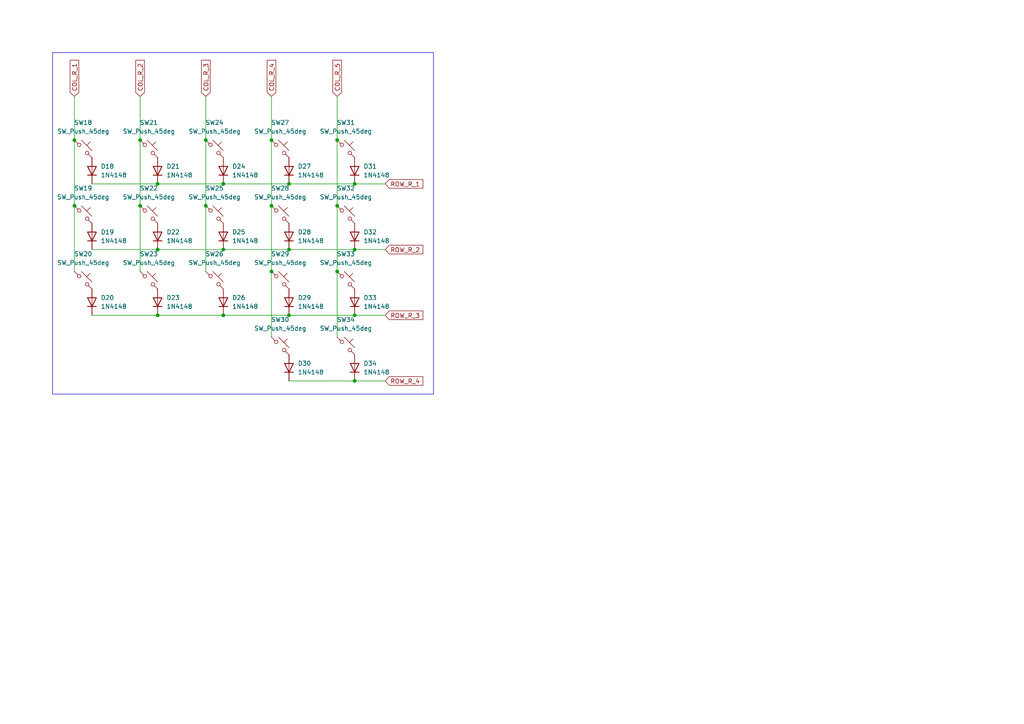
<source format=kicad_sch>
(kicad_sch (version 20231120) (generator "eeschema") (generator_version "8.0")
  (paper "A4")
  (lib_symbols
    (symbol "Diode:1N4148" (pin_numbers hide) (pin_names hide)
      (property "Reference" "D" (at 0 2.54 0))
      (property "Value" "1N4148" (at 0 -2.54 0))
      (symbol "1N4148_0_1"
        (polyline (pts (xy -1.27 1.27) (xy -1.27 -1.27)) (stroke (width 0.254)))
        (polyline (pts (xy 1.27 0) (xy -1.27 0)))
        (polyline (pts (xy 1.27 1.27) (xy 1.27 -1.27) (xy -1.27 0) (xy 1.27 1.27)) (stroke (width 0.254)))
      )
      (symbol "1N4148_1_1"
        (pin passive line (at -3.81 0 0) (length 2.54) (name "K") (number "1"))
        (pin passive line (at 3.81 0 180) (length 2.54) (name "A") (number "2"))
      )
    )
    (symbol "Switch:SW_Push_45deg" (pin_numbers hide) (pin_names (offset 1.016) hide)
      (property "Reference" "SW" (at 3.048 1.016 0))
      (property "Value" "SW_Push_45deg" (at 0 -3.81 0))
      (symbol "SW_Push_45deg_0_1"
        (circle (center -1.1684 1.1684) (radius 0.508))
        (polyline (pts (xy -0.508 2.54) (xy 2.54 -0.508)))
        (polyline (pts (xy 1.016 1.016) (xy 2.032 2.032)))
        (polyline (pts (xy -2.54 2.54) (xy -1.524 1.524) (xy -1.524 1.524)))
        (polyline (pts (xy 1.524 -1.524) (xy 2.54 -2.54) (xy 2.54 -2.54) (xy 2.54 -2.54)))
        (circle (center 1.143 -1.1938) (radius 0.508))
        (pin passive line (at -2.54 2.54 0) (length 0) (name "1") (number "1"))
        (pin passive line (at 2.54 -2.54 180) (length 0) (name "2") (number "2"))
      )
    )
  )
  (junction (at 21.59 40.64))
  (junction (at 45.72 53.34))
  (junction (at 102.87 110.49))
  (junction (at 83.82 53.34))
  (junction (at 102.87 53.34))
  (junction (at 40.64 59.69))
  (junction (at 59.69 40.64))
  (junction (at 45.72 91.44))
  (junction (at 78.74 78.74))
  (junction (at 78.74 40.64))
  (junction (at 102.87 72.39))
  (junction (at 40.64 40.64))
  (junction (at 83.82 91.44))
  (junction (at 102.87 91.44))
  (junction (at 64.77 72.39))
  (junction (at 78.74 59.69))
  (junction (at 83.82 72.39))
  (junction (at 21.59 59.69))
  (junction (at 59.69 59.69))
  (junction (at 97.79 40.64))
  (junction (at 97.79 59.69))
  (junction (at 64.77 53.34))
  (junction (at 97.79 78.74))
  (junction (at 45.72 72.39))
  (junction (at 64.77 91.44))
  (wire (pts (xy 26.67 53.34) (xy 45.72 53.34)))
  (wire (pts (xy 78.74 78.74) (xy 78.74 97.79)))
  (wire (pts (xy 45.72 72.39) (xy 64.77 72.39)))
  (wire (pts (xy 59.69 27.94) (xy 59.69 40.64)))
  (wire (pts (xy 83.82 91.44) (xy 102.87 91.44)))
  (wire (pts (xy 26.67 72.39) (xy 45.72 72.39)))
  (wire (pts (xy 97.79 27.94) (xy 97.79 40.64)))
  (wire (pts (xy 40.64 40.64) (xy 40.64 59.69)))
  (wire (pts (xy 111.76 53.34) (xy 102.87 53.34)))
  (wire (pts (xy 45.72 53.34) (xy 64.77 53.34)))
  (wire (pts (xy 111.76 72.39) (xy 102.87 72.39)))
  (wire (pts (xy 40.64 59.69) (xy 40.64 78.74)))
  (wire (pts (xy 21.59 40.64) (xy 21.59 59.69)))
  (wire (pts (xy 97.79 59.69) (xy 97.79 78.74)))
  (wire (pts (xy 97.79 40.64) (xy 97.79 59.69)))
  (wire (pts (xy 78.74 59.69) (xy 78.74 78.74)))
  (wire (pts (xy 40.64 27.94) (xy 40.64 40.64)))
  (wire (pts (xy 83.82 72.39) (xy 102.87 72.39)))
  (wire (pts (xy 78.74 40.64) (xy 78.74 59.69)))
  (wire (pts (xy 64.77 91.44) (xy 83.82 91.44)))
  (wire (pts (xy 59.69 59.69) (xy 59.69 78.74)))
  (wire (pts (xy 83.82 53.34) (xy 102.87 53.34)))
  (wire (pts (xy 21.59 59.69) (xy 21.59 78.74)))
  (wire (pts (xy 26.67 91.44) (xy 45.72 91.44)))
  (wire (pts (xy 97.79 78.74) (xy 97.79 97.79)))
  (wire (pts (xy 111.76 110.49) (xy 102.87 110.49)))
  (wire (pts (xy 21.59 27.94) (xy 21.59 40.64)))
  (wire (pts (xy 64.77 53.34) (xy 83.82 53.34)))
  (wire (pts (xy 45.72 91.44) (xy 64.77 91.44)))
  (wire (pts (xy 83.82 110.49) (xy 102.87 110.49)))
  (wire (pts (xy 59.69 40.64) (xy 59.69 59.69)))
  (wire (pts (xy 111.76 91.44) (xy 102.87 91.44)))
  (wire (pts (xy 64.77 72.39) (xy 83.82 72.39)))
  (wire (pts (xy 78.74 27.94) (xy 78.74 40.64)))
  (rectangle (start 15.24 15.24) (end 125.73 114.3))
  (global_label "COL_R_2" (shape input) (at 40.64 27.94 90) (property "Intersheetrefs" "${INTERSHEET_REFS}" (effects (hide yes))))
  (global_label "COL_R_3" (shape input) (at 59.69 27.94 90) (property "Intersheetrefs" "${INTERSHEET_REFS}" (effects (hide yes))))
  (global_label "COL_R_4" (shape input) (at 78.74 27.94 90) (property "Intersheetrefs" "${INTERSHEET_REFS}" (effects (hide yes))))
  (global_label "COL_R_5" (shape input) (at 97.79 27.94 90) (property "Intersheetrefs" "${INTERSHEET_REFS}" (effects (hide yes))))
  (global_label "COL_R_1" (shape input) (at 21.59 27.94 90) (property "Intersheetrefs" "${INTERSHEET_REFS}" (effects (hide yes))))
  (global_label "ROW_R_2" (shape input) (at 111.76 72.39 0) (property "Intersheetrefs" "${INTERSHEET_REFS}" (effects (hide yes))))
  (global_label "ROW_R_3" (shape input) (at 111.76 91.44 0) (property "Intersheetrefs" "${INTERSHEET_REFS}" (effects (hide yes))))
  (global_label "ROW_R_4" (shape input) (at 111.76 110.49 0) (property "Intersheetrefs" "${INTERSHEET_REFS}" (effects (hide yes))))
  (global_label "ROW_R_1" (shape input) (at 111.76 53.34 0) (property "Intersheetrefs" "${INTERSHEET_REFS}" (effects (hide yes))))
  (symbol (lib_id "Switch:SW_Push_45deg") (at 24.13 62.23 0) (unit 1)
    (property "Reference" "SW19" (at 24.13 54.61 0))
    (property "Value" "SW_Push_45deg" (at 24.13 57.15 0))
    (property "Footprint" "custom:SW_Gateron_LowProfile_THT" (effects (hide yes)))
    (property "Description" "Push button switch, normally open, two pins, 45° tilted" (effects (hide yes)))
  )
  (symbol (lib_id "Diode:1N4148") (at 26.67 68.58 90) (unit 1)
    (property "Reference" "D19" (at 29.21 67.3099 90) (effects (justify right)))
    (property "Value" "1N4148" (at 29.21 69.8499 90) (effects (justify right)))
    (property "Footprint" "custom:D_DO-35_SOD27_P7.62mm_Horizontal" (effects (hide yes)))
    (property "Datasheet" "https://assets.nexperia.com/documents/data-sheet/1N4148_1N4448.pdf" (effects (hide yes)))
    (property "Description" "100V 0.15A standard switching diode, DO-35" (effects (hide yes)))
    (property "Sim.Device" "D" (effects (hide yes)))
    (property "Sim.Pins" "1=K 2=A" (effects (hide yes)))
  )
  (symbol (lib_id "Switch:SW_Push_45deg") (at 100.33 81.28 0) (unit 1)
    (property "Reference" "SW33" (at 100.33 73.66 0))
    (property "Value" "SW_Push_45deg" (at 100.33 76.2 0))
    (property "Footprint" "custom:SW_Gateron_LowProfile_THT" (effects (hide yes)))
    (property "Description" "Push button switch, normally open, two pins, 45° tilted" (effects (hide yes)))
  )
  (symbol (lib_id "Diode:1N4148") (at 45.72 87.63 90) (unit 1)
    (property "Reference" "D23" (at 48.26 86.3599 90) (effects (justify right)))
    (property "Value" "1N4148" (at 48.26 88.8999 90) (effects (justify right)))
    (property "Footprint" "custom:D_DO-35_SOD27_P7.62mm_Horizontal" (effects (hide yes)))
    (property "Datasheet" "https://assets.nexperia.com/documents/data-sheet/1N4148_1N4448.pdf" (effects (hide yes)))
    (property "Description" "100V 0.15A standard switching diode, DO-35" (effects (hide yes)))
    (property "Sim.Device" "D" (effects (hide yes)))
    (property "Sim.Pins" "1=K 2=A" (effects (hide yes)))
  )
  (symbol (lib_id "Switch:SW_Push_45deg") (at 43.18 43.18 0) (unit 1)
    (property "Reference" "SW21" (at 43.18 35.56 0))
    (property "Value" "SW_Push_45deg" (at 43.18 38.1 0))
    (property "Footprint" "custom:SW_Gateron_LowProfile_THT" (effects (hide yes)))
    (property "Description" "Push button switch, normally open, two pins, 45° tilted" (effects (hide yes)))
  )
  (symbol (lib_id "Diode:1N4148") (at 102.87 87.63 90) (unit 1)
    (property "Reference" "D33" (at 105.41 86.3599 90) (effects (justify right)))
    (property "Value" "1N4148" (at 105.41 88.8999 90) (effects (justify right)))
    (property "Footprint" "custom:D_DO-35_SOD27_P7.62mm_Horizontal" (effects (hide yes)))
    (property "Datasheet" "https://assets.nexperia.com/documents/data-sheet/1N4148_1N4448.pdf" (effects (hide yes)))
    (property "Description" "100V 0.15A standard switching diode, DO-35" (effects (hide yes)))
    (property "Sim.Device" "D" (effects (hide yes)))
    (property "Sim.Pins" "1=K 2=A" (effects (hide yes)))
  )
  (symbol (lib_id "Diode:1N4148") (at 83.82 68.58 90) (unit 1)
    (property "Reference" "D28" (at 86.36 67.3099 90) (effects (justify right)))
    (property "Value" "1N4148" (at 86.36 69.8499 90) (effects (justify right)))
    (property "Footprint" "custom:D_DO-35_SOD27_P7.62mm_Horizontal" (effects (hide yes)))
    (property "Datasheet" "https://assets.nexperia.com/documents/data-sheet/1N4148_1N4448.pdf" (effects (hide yes)))
    (property "Description" "100V 0.15A standard switching diode, DO-35" (effects (hide yes)))
    (property "Sim.Device" "D" (effects (hide yes)))
    (property "Sim.Pins" "1=K 2=A" (effects (hide yes)))
  )
  (symbol (lib_id "Diode:1N4148") (at 102.87 49.53 90) (unit 1)
    (property "Reference" "D31" (at 105.41 48.2599 90) (effects (justify right)))
    (property "Value" "1N4148" (at 105.41 50.7999 90) (effects (justify right)))
    (property "Footprint" "custom:D_DO-35_SOD27_P7.62mm_Horizontal" (effects (hide yes)))
    (property "Datasheet" "https://assets.nexperia.com/documents/data-sheet/1N4148_1N4448.pdf" (effects (hide yes)))
    (property "Description" "100V 0.15A standard switching diode, DO-35" (effects (hide yes)))
    (property "Sim.Device" "D" (effects (hide yes)))
    (property "Sim.Pins" "1=K 2=A" (effects (hide yes)))
  )
  (symbol (lib_id "Diode:1N4148") (at 64.77 49.53 90) (unit 1)
    (property "Reference" "D24" (at 67.31 48.2599 90) (effects (justify right)))
    (property "Value" "1N4148" (at 67.31 50.7999 90) (effects (justify right)))
    (property "Footprint" "custom:D_DO-35_SOD27_P7.62mm_Horizontal" (effects (hide yes)))
    (property "Datasheet" "https://assets.nexperia.com/documents/data-sheet/1N4148_1N4448.pdf" (effects (hide yes)))
    (property "Description" "100V 0.15A standard switching diode, DO-35" (effects (hide yes)))
    (property "Sim.Device" "D" (effects (hide yes)))
    (property "Sim.Pins" "1=K 2=A" (effects (hide yes)))
  )
  (symbol (lib_id "Diode:1N4148") (at 83.82 87.63 90) (unit 1)
    (property "Reference" "D29" (at 86.36 86.3599 90) (effects (justify right)))
    (property "Value" "1N4148" (at 86.36 88.8999 90) (effects (justify right)))
    (property "Footprint" "custom:D_DO-35_SOD27_P7.62mm_Horizontal" (effects (hide yes)))
    (property "Datasheet" "https://assets.nexperia.com/documents/data-sheet/1N4148_1N4448.pdf" (effects (hide yes)))
    (property "Description" "100V 0.15A standard switching diode, DO-35" (effects (hide yes)))
    (property "Sim.Device" "D" (effects (hide yes)))
    (property "Sim.Pins" "1=K 2=A" (effects (hide yes)))
  )
  (symbol (lib_id "Switch:SW_Push_45deg") (at 81.28 43.18 0) (unit 1)
    (property "Reference" "SW27" (at 81.28 35.56 0))
    (property "Value" "SW_Push_45deg" (at 81.28 38.1 0))
    (property "Footprint" "custom:SW_Gateron_LowProfile_THT" (effects (hide yes)))
    (property "Description" "Push button switch, normally open, two pins, 45° tilted" (effects (hide yes)))
  )
  (symbol (lib_id "Switch:SW_Push_45deg") (at 100.33 43.18 0) (unit 1)
    (property "Reference" "SW31" (at 100.33 35.56 0))
    (property "Value" "SW_Push_45deg" (at 100.33 38.1 0))
    (property "Footprint" "custom:SW_Gateron_LowProfile_THT" (effects (hide yes)))
    (property "Description" "Push button switch, normally open, two pins, 45° tilted" (effects (hide yes)))
  )
  (symbol (lib_id "Switch:SW_Push_45deg") (at 81.28 81.28 0) (unit 1)
    (property "Reference" "SW29" (at 81.28 73.66 0))
    (property "Value" "SW_Push_45deg" (at 81.28 76.2 0))
    (property "Footprint" "custom:SW_Gateron_LowProfile_THT" (effects (hide yes)))
    (property "Description" "Push button switch, normally open, two pins, 45° tilted" (effects (hide yes)))
  )
  (symbol (lib_id "Diode:1N4148") (at 45.72 68.58 90) (unit 1)
    (property "Reference" "D22" (at 48.26 67.3099 90) (effects (justify right)))
    (property "Value" "1N4148" (at 48.26 69.8499 90) (effects (justify right)))
    (property "Footprint" "custom:D_DO-35_SOD27_P7.62mm_Horizontal" (effects (hide yes)))
    (property "Datasheet" "https://assets.nexperia.com/documents/data-sheet/1N4148_1N4448.pdf" (effects (hide yes)))
    (property "Description" "100V 0.15A standard switching diode, DO-35" (effects (hide yes)))
    (property "Sim.Device" "D" (effects (hide yes)))
    (property "Sim.Pins" "1=K 2=A" (effects (hide yes)))
  )
  (symbol (lib_id "Switch:SW_Push_45deg") (at 100.33 62.23 0) (unit 1)
    (property "Reference" "SW32" (at 100.33 54.61 0))
    (property "Value" "SW_Push_45deg" (at 100.33 57.15 0))
    (property "Footprint" "custom:SW_Gateron_LowProfile_THT" (effects (hide yes)))
    (property "Description" "Push button switch, normally open, two pins, 45° tilted" (effects (hide yes)))
  )
  (symbol (lib_id "Diode:1N4148") (at 45.72 49.53 90) (unit 1)
    (property "Reference" "D21" (at 48.26 48.2599 90) (effects (justify right)))
    (property "Value" "1N4148" (at 48.26 50.7999 90) (effects (justify right)))
    (property "Footprint" "custom:D_DO-35_SOD27_P7.62mm_Horizontal" (effects (hide yes)))
    (property "Datasheet" "https://assets.nexperia.com/documents/data-sheet/1N4148_1N4448.pdf" (effects (hide yes)))
    (property "Description" "100V 0.15A standard switching diode, DO-35" (effects (hide yes)))
    (property "Sim.Device" "D" (effects (hide yes)))
    (property "Sim.Pins" "1=K 2=A" (effects (hide yes)))
  )
  (symbol (lib_id "Switch:SW_Push_45deg") (at 24.13 81.28 0) (unit 1)
    (property "Reference" "SW20" (at 24.13 73.66 0))
    (property "Value" "SW_Push_45deg" (at 24.13 76.2 0))
    (property "Footprint" "custom:SW_Gateron_LowProfile_THT" (effects (hide yes)))
    (property "Description" "Push button switch, normally open, two pins, 45° tilted" (effects (hide yes)))
  )
  (symbol (lib_id "Switch:SW_Push_45deg") (at 81.28 62.23 0) (unit 1)
    (property "Reference" "SW28" (at 81.28 54.61 0))
    (property "Value" "SW_Push_45deg" (at 81.28 57.15 0))
    (property "Footprint" "custom:SW_Gateron_LowProfile_THT" (effects (hide yes)))
    (property "Description" "Push button switch, normally open, two pins, 45° tilted" (effects (hide yes)))
  )
  (symbol (lib_id "Switch:SW_Push_45deg") (at 100.33 100.33 0) (unit 1)
    (property "Reference" "SW34" (at 100.33 92.71 0))
    (property "Value" "SW_Push_45deg" (at 100.33 95.25 0))
    (property "Footprint" "custom:SW_Gateron_LowProfile_THT" (effects (hide yes)))
    (property "Description" "Push button switch, normally open, two pins, 45° tilted" (effects (hide yes)))
  )
  (symbol (lib_id "Diode:1N4148") (at 83.82 106.68 90) (unit 1)
    (property "Reference" "D30" (at 86.36 105.4099 90) (effects (justify right)))
    (property "Value" "1N4148" (at 86.36 107.9499 90) (effects (justify right)))
    (property "Footprint" "custom:D_DO-35_SOD27_P7.62mm_Horizontal" (effects (hide yes)))
    (property "Datasheet" "https://assets.nexperia.com/documents/data-sheet/1N4148_1N4448.pdf" (effects (hide yes)))
    (property "Description" "100V 0.15A standard switching diode, DO-35" (effects (hide yes)))
    (property "Sim.Device" "D" (effects (hide yes)))
    (property "Sim.Pins" "1=K 2=A" (effects (hide yes)))
  )
  (symbol (lib_id "Switch:SW_Push_45deg") (at 24.13 43.18 0) (unit 1)
    (property "Reference" "SW18" (at 24.13 35.56 0))
    (property "Value" "SW_Push_45deg" (at 24.13 38.1 0))
    (property "Footprint" "custom:SW_Gateron_LowProfile_THT" (effects (hide yes)))
    (property "Description" "Push button switch, normally open, two pins, 45° tilted" (effects (hide yes)))
  )
  (symbol (lib_id "Diode:1N4148") (at 102.87 106.68 90) (unit 1)
    (property "Reference" "D34" (at 105.41 105.4099 90) (effects (justify right)))
    (property "Value" "1N4148" (at 105.41 107.9499 90) (effects (justify right)))
    (property "Footprint" "custom:D_DO-35_SOD27_P7.62mm_Horizontal" (effects (hide yes)))
    (property "Datasheet" "https://assets.nexperia.com/documents/data-sheet/1N4148_1N4448.pdf" (effects (hide yes)))
    (property "Description" "100V 0.15A standard switching diode, DO-35" (effects (hide yes)))
    (property "Sim.Device" "D" (effects (hide yes)))
    (property "Sim.Pins" "1=K 2=A" (effects (hide yes)))
  )
  (symbol (lib_id "Switch:SW_Push_45deg") (at 43.18 62.23 0) (unit 1)
    (property "Reference" "SW22" (at 43.18 54.61 0))
    (property "Value" "SW_Push_45deg" (at 43.18 57.15 0))
    (property "Footprint" "custom:SW_Gateron_LowProfile_THT" (effects (hide yes)))
    (property "Description" "Push button switch, normally open, two pins, 45° tilted" (effects (hide yes)))
  )
  (symbol (lib_id "Switch:SW_Push_45deg") (at 81.28 100.33 0) (unit 1)
    (property "Reference" "SW30" (at 81.28 92.71 0))
    (property "Value" "SW_Push_45deg" (at 81.28 95.25 0))
    (property "Footprint" "custom:SW_Gateron_LowProfile_THT" (effects (hide yes)))
    (property "Description" "Push button switch, normally open, two pins, 45° tilted" (effects (hide yes)))
  )
  (symbol (lib_id "Switch:SW_Push_45deg") (at 43.18 81.28 0) (unit 1)
    (property "Reference" "SW23" (at 43.18 73.66 0))
    (property "Value" "SW_Push_45deg" (at 43.18 76.2 0))
    (property "Footprint" "custom:SW_Gateron_LowProfile_THT" (effects (hide yes)))
    (property "Description" "Push button switch, normally open, two pins, 45° tilted" (effects (hide yes)))
  )
  (symbol (lib_id "Diode:1N4148") (at 64.77 87.63 90) (unit 1)
    (property "Reference" "D26" (at 67.31 86.3599 90) (effects (justify right)))
    (property "Value" "1N4148" (at 67.31 88.8999 90) (effects (justify right)))
    (property "Footprint" "custom:D_DO-35_SOD27_P7.62mm_Horizontal" (effects (hide yes)))
    (property "Datasheet" "https://assets.nexperia.com/documents/data-sheet/1N4148_1N4448.pdf" (effects (hide yes)))
    (property "Description" "100V 0.15A standard switching diode, DO-35" (effects (hide yes)))
    (property "Sim.Device" "D" (effects (hide yes)))
    (property "Sim.Pins" "1=K 2=A" (effects (hide yes)))
  )
  (symbol (lib_id "Switch:SW_Push_45deg") (at 62.23 43.18 0) (unit 1)
    (property "Reference" "SW24" (at 62.23 35.56 0))
    (property "Value" "SW_Push_45deg" (at 62.23 38.1 0))
    (property "Footprint" "custom:SW_Gateron_LowProfile_THT" (effects (hide yes)))
    (property "Description" "Push button switch, normally open, two pins, 45° tilted" (effects (hide yes)))
  )
  (symbol (lib_id "Diode:1N4148") (at 26.67 49.53 90) (unit 1)
    (property "Reference" "D18" (at 29.21 48.2599 90) (effects (justify right)))
    (property "Value" "1N4148" (at 29.21 50.7999 90) (effects (justify right)))
    (property "Footprint" "custom:D_DO-35_SOD27_P7.62mm_Horizontal" (effects (hide yes)))
    (property "Datasheet" "https://assets.nexperia.com/documents/data-sheet/1N4148_1N4448.pdf" (effects (hide yes)))
    (property "Description" "100V 0.15A standard switching diode, DO-35" (effects (hide yes)))
    (property "Sim.Device" "D" (effects (hide yes)))
    (property "Sim.Pins" "1=K 2=A" (effects (hide yes)))
  )
  (symbol (lib_id "Switch:SW_Push_45deg") (at 62.23 62.23 0) (unit 1)
    (property "Reference" "SW25" (at 62.23 54.61 0))
    (property "Value" "SW_Push_45deg" (at 62.23 57.15 0))
    (property "Footprint" "custom:SW_Gateron_LowProfile_THT" (effects (hide yes)))
    (property "Description" "Push button switch, normally open, two pins, 45° tilted" (effects (hide yes)))
  )
  (symbol (lib_id "Diode:1N4148") (at 64.77 68.58 90) (unit 1)
    (property "Reference" "D25" (at 67.31 67.3099 90) (effects (justify right)))
    (property "Value" "1N4148" (at 67.31 69.8499 90) (effects (justify right)))
    (property "Footprint" "custom:D_DO-35_SOD27_P7.62mm_Horizontal" (effects (hide yes)))
    (property "Datasheet" "https://assets.nexperia.com/documents/data-sheet/1N4148_1N4448.pdf" (effects (hide yes)))
    (property "Description" "100V 0.15A standard switching diode, DO-35" (effects (hide yes)))
    (property "Sim.Device" "D" (effects (hide yes)))
    (property "Sim.Pins" "1=K 2=A" (effects (hide yes)))
  )
  (symbol (lib_id "Switch:SW_Push_45deg") (at 62.23 81.28 0) (unit 1)
    (property "Reference" "SW26" (at 62.23 73.66 0))
    (property "Value" "SW_Push_45deg" (at 62.23 76.2 0))
    (property "Footprint" "custom:SW_Gateron_LowProfile_THT" (effects (hide yes)))
    (property "Description" "Push button switch, normally open, two pins, 45° tilted" (effects (hide yes)))
  )
  (symbol (lib_id "Diode:1N4148") (at 102.87 68.58 90) (unit 1)
    (property "Reference" "D32" (at 105.41 67.3099 90) (effects (justify right)))
    (property "Value" "1N4148" (at 105.41 69.8499 90) (effects (justify right)))
    (property "Footprint" "custom:D_DO-35_SOD27_P7.62mm_Horizontal" (effects (hide yes)))
    (property "Datasheet" "https://assets.nexperia.com/documents/data-sheet/1N4148_1N4448.pdf" (effects (hide yes)))
    (property "Description" "100V 0.15A standard switching diode, DO-35" (effects (hide yes)))
    (property "Sim.Device" "D" (effects (hide yes)))
    (property "Sim.Pins" "1=K 2=A" (effects (hide yes)))
  )
  (symbol (lib_id "Diode:1N4148") (at 83.82 49.53 90) (unit 1)
    (property "Reference" "D27" (at 86.36 48.2599 90) (effects (justify right)))
    (property "Value" "1N4148" (at 86.36 50.7999 90) (effects (justify right)))
    (property "Footprint" "custom:D_DO-35_SOD27_P7.62mm_Horizontal" (effects (hide yes)))
    (property "Datasheet" "https://assets.nexperia.com/documents/data-sheet/1N4148_1N4448.pdf" (effects (hide yes)))
    (property "Description" "100V 0.15A standard switching diode, DO-35" (effects (hide yes)))
    (property "Sim.Device" "D" (effects (hide yes)))
    (property "Sim.Pins" "1=K 2=A" (effects (hide yes)))
  )
  (symbol (lib_id "Diode:1N4148") (at 26.67 87.63 90) (unit 1)
    (property "Reference" "D20" (at 29.21 86.3599 90) (effects (justify right)))
    (property "Value" "1N4148" (at 29.21 88.8999 90) (effects (justify right)))
    (property "Footprint" "custom:D_DO-35_SOD27_P7.62mm_Horizontal" (effects (hide yes)))
    (property "Datasheet" "https://assets.nexperia.com/documents/data-sheet/1N4148_1N4448.pdf" (effects (hide yes)))
    (property "Description" "100V 0.15A standard switching diode, DO-35" (effects (hide yes)))
    (property "Sim.Device" "D" (effects (hide yes)))
    (property "Sim.Pins" "1=K 2=A" (effects (hide yes)))
  )
)
</source>
